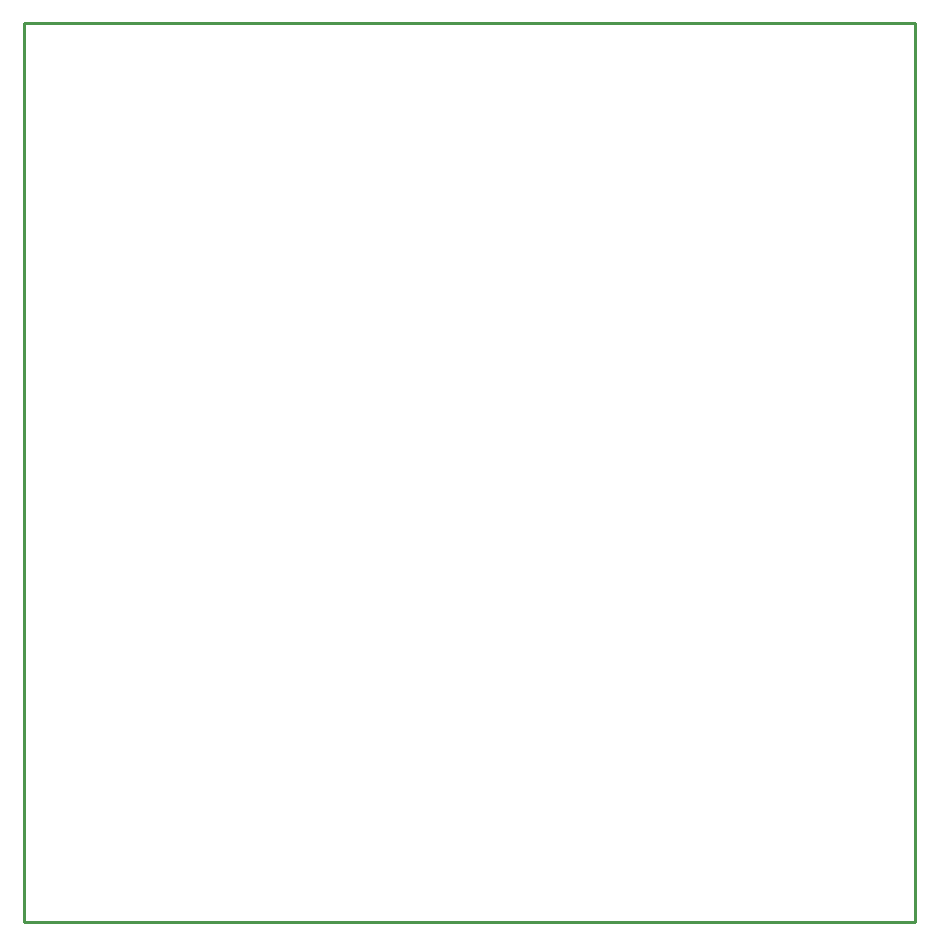
<source format=gko>
G04 Layer: BoardOutlineLayer*
G04 EasyEDA Pro v2.1.30.c6721c40.b3cfa9, 2023-12-20 09:26:28*
G04 Gerber Generator version 0.3*
G04 Scale: 100 percent, Rotated: No, Reflected: No*
G04 Dimensions in millimeters*
G04 Leading zeros omitted, absolute positions, 3 integers and 3 decimals*
%FSLAX33Y33*%
%MOMM*%
%ADD10C,0.254*%
G75*


G04 PolygonModel Start*
G54D10*
G01X32736Y30420D02*
G01X-42724Y30420D01*
G01Y-45660D01*
G01X32736D01*
G01Y30420D01*
G04 PolygonModel End*

M02*

</source>
